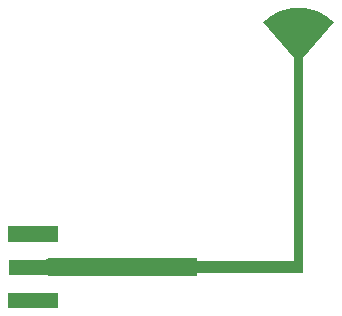
<source format=gtl>
G04 Filename: PCBWay_small_2to6ghz_vivaldi.gtl*
G04 FileFunction: Copper,L1,Top,Signal*
G04 Part: Single*
G04 ProjectId: PCBWay_small_2to6ghz_vivaldi,974C31CABA66D5DCD8AF70DA5F3A9620,1*
G04 GenerationSoftware: MathWorks,MATLAB,9.8.0.1417392 (R2020a) Update 4*
G04 CreationDate: 2021-07-15T12:59:41-0700*
G04 FilePolarity: Positive*
%FSLAX16Y16*%
%MOIN*%
%ADD10C,0.05905511811*%  G04 Connect signal to connector*
G04 Antenna metal layer 1*
%LPD*%
G01*
G36*
X-1771654Y-0692913D02*
Y-0633858D01*
X-1141732D01*
Y-0643701D01*
X-0818898D01*
Y0033465D01*
X-0923145Y0152476D01*
X-0912911Y0161897D01*
X-0901933Y0170441D01*
X-0890288Y0178049D01*
X-0878054Y0184670D01*
X-0865315Y0190258D01*
X-0852158Y0194775D01*
X-0838673Y0198190D01*
X-0824952Y0200479D01*
X-0811089Y0201628D01*
X-0797179D01*
X-0783316Y0200479D01*
X-0769595Y0198190D01*
X-0756110Y0194775D01*
X-0742953Y0190258D01*
X-0730214Y0184670D01*
X-0717980Y0178049D01*
X-0706335Y0170441D01*
X-0695357Y0161897D01*
X-0685123Y0152476D01*
X-0789370Y0033465D01*
Y-0683071D01*
X-1141732D01*
Y-0692913D01*
X-1701662D01*
G37*
G04 Add SMAEdge connector*
G04  - Remove copper from signal plane*
%LPC*%
G36*
X-1771654Y-0811024D02*
X-1596457D01*
Y-0515748D01*
X-1771654D01*
Y-0811024D01*
D02*
G37*
G04  - Add pads*
%LPD*%
G36*
Y-0578740D02*
X-1606299D01*
Y-0525591D01*
X-1771654D01*
Y-0578740D01*
D02*
G37*
G36*
Y-0801181D02*
X-1606299D01*
Y-0748031D01*
X-1771654D01*
Y-0801181D01*
D02*
G37*
G36*
X-1767717Y-0688386D02*
X-1625984D01*
Y-0638386D01*
X-1767717D01*
Y-0688386D01*
D02*
G37*
G04  - Add traces*
D10*
X-1596457Y-0663386D02*
X-1629921D01*
G04 MD5: a3a39259d32e1ba46393a8ef156b7ae*
M02*

</source>
